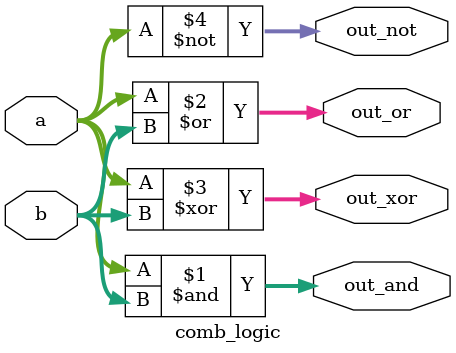
<source format=v>
module comb_logic(
    // By default wires unless reg is specified
    input [W-1:0]a,
    input [W-1:0]b,
    output [W-1:0] out_and,
    output [W-1:0] out_or,
    output [W-1:0] out_not,
    output [W-1:0] out_xor
);
//wire a,b,x;
parameter W = 8; // Bus width

assign out_and = a & b; // bitwise and
assign out_or = a | b; // bitwise or
assign out_xor = a ^ b; // bitwise xor
assign out_not = ~a; // bitwise not


endmodule
</source>
